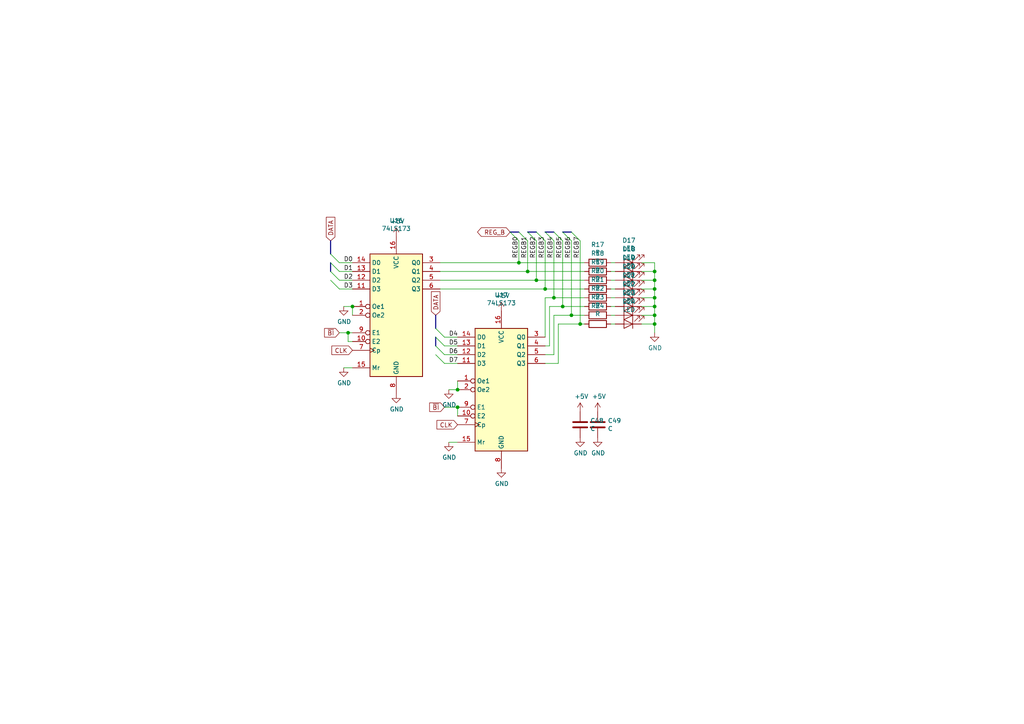
<source format=kicad_sch>
(kicad_sch (version 20200618) (host eeschema "(5.99.0-2101-geb1ff80d5)")
  (page 1 1)
  (paper "A4")
  (title_block (title "REG_B") (date "2020-10-10") (rev "1") (company "Wilhelm-Maybach-Schule Heilbronn") (comment 1 "Leon Hellmich"))
  (lib_symbols
    (symbol "74xx:74LS173"
      (property "Reference" "U" (at -7.62 19.05 0))
      (property "Value" "74LS173" (at -7.62 -19.05 0))
      (symbol "74LS173_1_1"
        (rectangle (start -7.62 17.78) (end 7.62 -17.78) (stroke (width 0.254)) (fill (type background)))
      )
      (symbol "74LS173_1_0"
        (pin input inverted (at -12.7 2.54 0) (length 5.08) (name "Oe1") (number "1"))
        (pin input inverted (at -12.7 -7.62 0) (length 5.08) (name "E2") (number "10"))
        (pin input line (at -12.7 7.62 0) (length 5.08) (name "D3") (number "11"))
        (pin input line (at -12.7 10.16 0) (length 5.08) (name "D2") (number "12"))
        (pin input line (at -12.7 12.7 0) (length 5.08) (name "D1") (number "13"))
        (pin input line (at -12.7 15.24 0) (length 5.08) (name "D0") (number "14"))
        (pin input line (at -12.7 -15.24 0) (length 5.08) (name "Mr") (number "15"))
        (pin power_in line (at 0 22.86 270) (length 5.08) (name "VCC") (number "16"))
        (pin input inverted (at -12.7 0 0) (length 5.08) (name "Oe2") (number "2"))
        (pin tri_state line (at 12.7 15.24 180) (length 5.08) (name "Q0") (number "3"))
        (pin tri_state line (at 12.7 12.7 180) (length 5.08) (name "Q1") (number "4"))
        (pin tri_state line (at 12.7 10.16 180) (length 5.08) (name "Q2") (number "5"))
        (pin tri_state line (at 12.7 7.62 180) (length 5.08) (name "Q3") (number "6"))
        (pin input clock (at -12.7 -10.16 0) (length 5.08) (name "Cp") (number "7"))
        (pin power_in line (at 0 -22.86 90) (length 5.08) (name "GND") (number "8"))
        (pin input inverted (at -12.7 -5.08 0) (length 5.08) (name "E1") (number "9"))
      )
    )
    (symbol "Device:C" (pin_numbers hide) (pin_names (offset 0.254))
      (property "Reference" "C" (at 0.635 2.54 0))
      (property "Value" "C" (at 0.635 -2.54 0))
      (symbol "C_0_1"
        (polyline (pts (xy -2.032 -0.762) (xy 2.032 -0.762)) (stroke (width 0.508)))
        (polyline (pts (xy -2.032 0.762) (xy 2.032 0.762)) (stroke (width 0.508)))
      )
      (symbol "C_1_1"
        (pin passive line (at 0 3.81 270) (length 2.794) (name "~") (number "1"))
        (pin passive line (at 0 -3.81 90) (length 2.794) (name "~") (number "2"))
      )
    )
    (symbol "Device:LED" (pin_numbers hide) (pin_names hide)
      (property "Reference" "D" (at 0 2.54 0))
      (property "Value" "LED" (at 0 -2.54 0))
      (symbol "LED_0_1"
        (polyline (pts (xy -1.27 -1.27) (xy -1.27 1.27)) (stroke (width 0.2032)))
        (polyline (pts (xy -1.27 0) (xy 1.27 0)))
        (polyline (pts (xy 1.27 -1.27) (xy 1.27 1.27) (xy -1.27 0) (xy 1.27 -1.27)) (stroke (width 0.2032)))
        (polyline (pts (xy -3.048 -0.762) (xy -4.572 -2.286) (xy -3.81 -2.286) (xy -4.572 -2.286) (xy -4.572 -1.524)))
        (polyline (pts (xy -1.778 -0.762) (xy -3.302 -2.286) (xy -2.54 -2.286) (xy -3.302 -2.286) (xy -3.302 -1.524)))
      )
      (symbol "LED_1_1"
        (pin passive line (at -3.81 0 0) (length 2.54) (name "K") (number "1"))
        (pin passive line (at 3.81 0 180) (length 2.54) (name "A") (number "2"))
      )
    )
    (symbol "Device:R" (pin_numbers hide) (pin_names (offset 0))
      (property "Reference" "R" (at 2.032 0 90))
      (property "Value" "R" (at 0 0 90))
      (symbol "R_0_1"
        (rectangle (start -1.016 -2.54) (end 1.016 2.54) (stroke (width 0.254)))
      )
      (symbol "R_1_1"
        (pin passive line (at 0 3.81 270) (length 1.27) (name "~") (number "1"))
        (pin passive line (at 0 -3.81 90) (length 1.27) (name "~") (number "2"))
      )
    )
    (symbol "power:+5V" (power) (pin_names (offset 0))
      (property "Value" "+5V" (at 0 3.556 0))
      (symbol "+5V_0_1"
        (polyline (pts (xy -0.762 1.27) (xy 0 2.54)))
        (polyline (pts (xy 0 0) (xy 0 2.54)))
        (polyline (pts (xy 0 2.54) (xy 0.762 1.27)))
      )
      (symbol "+5V_1_1"
        (pin power_in line (at 0 0 90) (length 0) hide (name "+5V") (number "1"))
      )
    )
    (symbol "power:GND" (power) (pin_names (offset 0))
      (property "Value" "GND" (at 0 -3.81 0))
      (symbol "GND_0_1"
        (polyline (pts (xy 0 0) (xy 0 -1.27) (xy 1.27 -1.27) (xy 0 -2.54) (xy -1.27 -1.27) (xy 0 -1.27)))
      )
      (symbol "GND_1_1"
        (pin power_in line (at 0 0 270) (length 0) hide (name "GND") (number "1"))
      )
    )
  )
  (junction (at 100.965 96.52))
  (junction (at 102.235 88.9))
  (junction (at 132.715 113.03))
  (junction (at 132.715 118.11))
  (junction (at 150.495 76.2))
  (junction (at 153.035 78.74))
  (junction (at 155.575 81.28))
  (junction (at 158.115 83.82))
  (junction (at 160.655 86.36))
  (junction (at 163.195 88.9))
  (junction (at 165.735 91.44))
  (junction (at 168.275 93.98))
  (junction (at 189.865 78.74))
  (junction (at 189.865 81.28))
  (junction (at 189.865 83.82))
  (junction (at 189.865 86.36))
  (junction (at 189.865 88.9))
  (junction (at 189.865 91.44))
  (junction (at 189.865 93.98))
  (bus_entry (at 95.885 73.66) (size 2.54 2.54) (stroke (width 0.1524)))
  (bus_entry (at 95.885 76.2) (size 2.54 2.54) (stroke (width 0.1524)))
  (bus_entry (at 95.885 78.74) (size 2.54 2.54) (stroke (width 0.1524)))
  (bus_entry (at 95.885 81.28) (size 2.54 2.54) (stroke (width 0.1524)))
  (bus_entry (at 126.365 95.25) (size 2.54 2.54) (stroke (width 0.1524)))
  (bus_entry (at 126.365 97.79) (size 2.54 2.54) (stroke (width 0.1524)))
  (bus_entry (at 126.365 100.33) (size 2.54 2.54) (stroke (width 0.1524)))
  (bus_entry (at 126.365 102.87) (size 2.54 2.54) (stroke (width 0.1524)))
  (bus_entry (at 147.955 67.31) (size 2.54 2.54) (stroke (width 0.1524)))
  (bus_entry (at 150.495 67.31) (size 2.54 2.54) (stroke (width 0.1524)))
  (bus_entry (at 153.035 67.31) (size 2.54 2.54) (stroke (width 0.1524)))
  (bus_entry (at 155.575 67.31) (size 2.54 2.54) (stroke (width 0.1524)))
  (bus_entry (at 158.115 67.31) (size 2.54 2.54) (stroke (width 0.1524)))
  (bus_entry (at 160.655 67.31) (size 2.54 2.54) (stroke (width 0.1524)))
  (bus_entry (at 163.195 67.31) (size 2.54 2.54) (stroke (width 0.1524)))
  (bus_entry (at 165.735 67.31) (size 2.54 2.54) (stroke (width 0.1524)))
  (wire (pts (xy 98.425 76.2) (xy 102.235 76.2)))
  (wire (pts (xy 98.425 81.28) (xy 102.235 81.28)))
  (wire (pts (xy 98.425 83.82) (xy 102.235 83.82)))
  (wire (pts (xy 100.965 96.52) (xy 98.425 96.52)))
  (wire (pts (xy 100.965 96.52) (xy 100.965 99.06)))
  (wire (pts (xy 100.965 99.06) (xy 102.235 99.06)))
  (wire (pts (xy 102.235 78.74) (xy 98.425 78.74)))
  (wire (pts (xy 102.235 88.9) (xy 99.695 88.9)))
  (wire (pts (xy 102.235 88.9) (xy 102.235 91.44)))
  (wire (pts (xy 102.235 96.52) (xy 100.965 96.52)))
  (wire (pts (xy 102.235 106.68) (xy 99.695 106.68)))
  (wire (pts (xy 127.635 76.2) (xy 150.495 76.2)))
  (wire (pts (xy 127.635 78.74) (xy 153.035 78.74)))
  (wire (pts (xy 127.635 81.28) (xy 155.575 81.28)))
  (wire (pts (xy 127.635 83.82) (xy 158.115 83.82)))
  (wire (pts (xy 128.905 97.79) (xy 132.715 97.79)))
  (wire (pts (xy 128.905 102.87) (xy 132.715 102.87)))
  (wire (pts (xy 128.905 105.41) (xy 132.715 105.41)))
  (wire (pts (xy 130.175 113.03) (xy 132.715 113.03)))
  (wire (pts (xy 132.715 100.33) (xy 128.905 100.33)))
  (wire (pts (xy 132.715 113.03) (xy 132.715 110.49)))
  (wire (pts (xy 132.715 118.11) (xy 128.905 118.11)))
  (wire (pts (xy 132.715 120.65) (xy 132.715 118.11)))
  (wire (pts (xy 132.715 128.27) (xy 130.175 128.27)))
  (wire (pts (xy 150.495 69.85) (xy 150.495 76.2)))
  (wire (pts (xy 150.495 76.2) (xy 169.545 76.2)))
  (wire (pts (xy 153.035 69.85) (xy 153.035 78.74)))
  (wire (pts (xy 153.035 78.74) (xy 169.545 78.74)))
  (wire (pts (xy 155.575 69.85) (xy 155.575 81.28)))
  (wire (pts (xy 155.575 81.28) (xy 169.545 81.28)))
  (wire (pts (xy 158.115 69.85) (xy 158.115 83.82)))
  (wire (pts (xy 158.115 83.82) (xy 169.545 83.82)))
  (wire (pts (xy 158.115 86.36) (xy 160.655 86.36)))
  (wire (pts (xy 158.115 97.79) (xy 158.115 86.36)))
  (wire (pts (xy 158.115 100.33) (xy 159.385 100.33)))
  (wire (pts (xy 158.115 102.87) (xy 160.655 102.87)))
  (wire (pts (xy 158.115 105.41) (xy 161.925 105.41)))
  (wire (pts (xy 159.385 88.9) (xy 163.195 88.9)))
  (wire (pts (xy 159.385 100.33) (xy 159.385 88.9)))
  (wire (pts (xy 160.655 69.85) (xy 160.655 86.36)))
  (wire (pts (xy 160.655 86.36) (xy 169.545 86.36)))
  (wire (pts (xy 160.655 91.44) (xy 165.735 91.44)))
  (wire (pts (xy 160.655 102.87) (xy 160.655 91.44)))
  (wire (pts (xy 161.925 93.98) (xy 168.275 93.98)))
  (wire (pts (xy 161.925 105.41) (xy 161.925 93.98)))
  (wire (pts (xy 163.195 69.85) (xy 163.195 88.9)))
  (wire (pts (xy 163.195 88.9) (xy 169.545 88.9)))
  (wire (pts (xy 165.735 69.85) (xy 165.735 91.44)))
  (wire (pts (xy 165.735 91.44) (xy 169.545 91.44)))
  (wire (pts (xy 168.275 69.85) (xy 168.275 93.98)))
  (wire (pts (xy 168.275 93.98) (xy 169.545 93.98)))
  (wire (pts (xy 177.165 76.2) (xy 178.435 76.2)))
  (wire (pts (xy 177.165 81.28) (xy 178.435 81.28)))
  (wire (pts (xy 177.165 86.36) (xy 178.435 86.36)))
  (wire (pts (xy 177.165 91.44) (xy 178.435 91.44)))
  (wire (pts (xy 178.435 78.74) (xy 177.165 78.74)))
  (wire (pts (xy 178.435 83.82) (xy 177.165 83.82)))
  (wire (pts (xy 178.435 88.9) (xy 177.165 88.9)))
  (wire (pts (xy 178.435 93.98) (xy 177.165 93.98)))
  (wire (pts (xy 186.055 76.2) (xy 189.865 76.2)))
  (wire (pts (xy 186.055 78.74) (xy 189.865 78.74)))
  (wire (pts (xy 186.055 81.28) (xy 189.865 81.28)))
  (wire (pts (xy 186.055 83.82) (xy 189.865 83.82)))
  (wire (pts (xy 186.055 86.36) (xy 189.865 86.36)))
  (wire (pts (xy 186.055 88.9) (xy 189.865 88.9)))
  (wire (pts (xy 186.055 91.44) (xy 189.865 91.44)))
  (wire (pts (xy 186.055 93.98) (xy 189.865 93.98)))
  (wire (pts (xy 189.865 76.2) (xy 189.865 78.74)))
  (wire (pts (xy 189.865 78.74) (xy 189.865 81.28)))
  (wire (pts (xy 189.865 81.28) (xy 189.865 83.82)))
  (wire (pts (xy 189.865 83.82) (xy 189.865 86.36)))
  (wire (pts (xy 189.865 86.36) (xy 189.865 88.9)))
  (wire (pts (xy 189.865 88.9) (xy 189.865 91.44)))
  (wire (pts (xy 189.865 91.44) (xy 189.865 93.98)))
  (wire (pts (xy 189.865 93.98) (xy 189.865 96.52)))
  (bus (pts (xy 95.885 69.85) (xy 95.885 76.2)))
  (bus (pts (xy 95.885 76.2) (xy 95.885 81.28)))
  (bus (pts (xy 126.365 91.44) (xy 126.365 97.79)))
  (bus (pts (xy 126.365 97.79) (xy 126.365 102.87)))
  (bus (pts (xy 147.955 67.31) (xy 153.035 67.31)))
  (bus (pts (xy 153.035 67.31) (xy 158.115 67.31)))
  (bus (pts (xy 158.115 67.31) (xy 163.195 67.31)))
  (bus (pts (xy 163.195 67.31) (xy 165.735 67.31)))
  (label "D0" (at 99.695 76.2 0))
  (label "D1" (at 99.695 78.74 0))
  (label "D2" (at 99.695 81.28 0))
  (label "D3" (at 99.695 83.82 0))
  (label "D4" (at 130.175 97.79 0))
  (label "D5" (at 130.175 100.33 0))
  (label "D6" (at 130.175 102.87 0))
  (label "D7" (at 130.175 105.41 0))
  (label "REGB0" (at 150.495 74.93 90))
  (label "REGB1" (at 153.035 74.93 90))
  (label "REGB2" (at 155.575 74.93 90))
  (label "REGB3" (at 158.115 74.93 90))
  (label "REGB4" (at 160.655 74.93 90))
  (label "REGB5" (at 163.195 74.93 90))
  (label "REGB6" (at 165.735 74.93 90))
  (label "REGB7" (at 168.275 74.93 90))
  (global_label "DATA" (shape input) (at 95.885 69.85 90))
  (global_label "~BI" (shape input) (at 98.425 96.52 180))
  (global_label "CLK" (shape input) (at 102.235 101.6 180))
  (global_label "DATA" (shape input) (at 126.365 91.44 90))
  (global_label "~BI" (shape input) (at 128.905 118.11 180))
  (global_label "CLK" (shape input) (at 132.715 123.19 180))
  (global_label "REG_B" (shape bidirectional) (at 147.955 67.31 180))
  (symbol (lib_id "power:+5V") (at 114.935 68.58 0) (unit 1)
    (property "Reference" "#PWR017" (effects hide))
    (property "Value" "+5V" (at 115.316 64.1858 0))
  )
  (symbol (lib_id "power:+5V") (at 145.415 90.17 0) (unit 1)
    (property "Reference" "#PWR021" (effects hide))
    (property "Value" "+5V" (at 145.796 85.7758 0))
  )
  (symbol (lib_id "power:+5V") (at 168.275 119.38 0) (unit 1)
    (property "Reference" "#PWR0249" (effects hide))
    (property "Value" "+5V" (at 168.656 114.9858 0))
  )
  (symbol (lib_id "power:+5V") (at 173.355 119.38 0) (unit 1)
    (property "Reference" "#PWR0325" (effects hide))
    (property "Value" "+5V" (at 173.736 114.9858 0))
  )
  (symbol (lib_id "power:GND") (at 99.695 88.9 0) (unit 1)
    (property "Reference" "#PWR015" (effects hide))
    (property "Value" "GND" (at 99.822 93.2942 0))
  )
  (symbol (lib_id "power:GND") (at 99.695 106.68 0) (unit 1)
    (property "Reference" "#PWR016" (effects hide))
    (property "Value" "GND" (at 99.822 111.0742 0))
  )
  (symbol (lib_id "power:GND") (at 114.935 114.3 0) (unit 1)
    (property "Reference" "#PWR018" (effects hide))
    (property "Value" "GND" (at 115.062 118.6942 0))
  )
  (symbol (lib_id "power:GND") (at 130.175 113.03 0) (unit 1)
    (property "Reference" "#PWR019" (effects hide))
    (property "Value" "GND" (at 130.302 117.4242 0))
  )
  (symbol (lib_id "power:GND") (at 130.175 128.27 0) (unit 1)
    (property "Reference" "#PWR020" (effects hide))
    (property "Value" "GND" (at 130.302 132.6642 0))
  )
  (symbol (lib_id "power:GND") (at 145.415 135.89 0) (unit 1)
    (property "Reference" "#PWR022" (effects hide))
    (property "Value" "GND" (at 145.542 140.2842 0))
  )
  (symbol (lib_id "power:GND") (at 168.275 127 0) (unit 1)
    (property "Reference" "#PWR0250" (effects hide))
    (property "Value" "GND" (at 168.402 131.3942 0))
  )
  (symbol (lib_id "power:GND") (at 173.355 127 0) (unit 1)
    (property "Reference" "#PWR0326" (effects hide))
    (property "Value" "GND" (at 173.482 131.3942 0))
  )
  (symbol (lib_id "power:GND") (at 189.865 96.52 0) (unit 1)
    (property "Reference" "#PWR025" (effects hide))
    (property "Value" "GND" (at 189.992 100.9142 0))
  )
  (symbol (lib_id "Device:R") (at 173.355 76.2 270) (unit 1)
    (property "Reference" "R17" (at 173.355 70.9422 90))
    (property "Value" "R" (at 173.355 73.2536 90))
    (property "Footprint" "Resistor_SMD:R_0805_2012Metric_Pad1.15x1.40mm_HandSolder" (effects hide))
  )
  (symbol (lib_id "Device:R") (at 173.355 78.74 270) (unit 1)
    (property "Reference" "R18" (at 173.355 73.4822 90))
    (property "Value" "R" (at 173.355 75.7936 90))
    (property "Footprint" "Resistor_SMD:R_0805_2012Metric_Pad1.15x1.40mm_HandSolder" (effects hide))
  )
  (symbol (lib_id "Device:R") (at 173.355 81.28 270) (unit 1)
    (property "Reference" "R19" (at 173.355 76.0222 90))
    (property "Value" "R" (at 173.355 78.3336 90))
    (property "Footprint" "Resistor_SMD:R_0805_2012Metric_Pad1.15x1.40mm_HandSolder" (effects hide))
  )
  (symbol (lib_id "Device:R") (at 173.355 83.82 270) (unit 1)
    (property "Reference" "R20" (at 173.355 78.5622 90))
    (property "Value" "R" (at 173.355 80.8736 90))
    (property "Footprint" "Resistor_SMD:R_0805_2012Metric_Pad1.15x1.40mm_HandSolder" (effects hide))
  )
  (symbol (lib_id "Device:R") (at 173.355 86.36 270) (unit 1)
    (property "Reference" "R21" (at 173.355 81.1022 90))
    (property "Value" "R" (at 173.355 83.4136 90))
    (property "Footprint" "Resistor_SMD:R_0805_2012Metric_Pad1.15x1.40mm_HandSolder" (effects hide))
  )
  (symbol (lib_id "Device:R") (at 173.355 88.9 270) (unit 1)
    (property "Reference" "R22" (at 173.355 83.6422 90))
    (property "Value" "R" (at 173.355 85.9536 90))
    (property "Footprint" "Resistor_SMD:R_0805_2012Metric_Pad1.15x1.40mm_HandSolder" (effects hide))
  )
  (symbol (lib_id "Device:R") (at 173.355 91.44 270) (unit 1)
    (property "Reference" "R23" (at 173.355 86.1822 90))
    (property "Value" "R" (at 173.355 88.4936 90))
    (property "Footprint" "Resistor_SMD:R_0805_2012Metric_Pad1.15x1.40mm_HandSolder" (effects hide))
  )
  (symbol (lib_id "Device:R") (at 173.355 93.98 270) (unit 1)
    (property "Reference" "R24" (at 173.355 88.7222 90))
    (property "Value" "R" (at 173.355 91.0336 90))
    (property "Footprint" "Resistor_SMD:R_0805_2012Metric_Pad1.15x1.40mm_HandSolder" (effects hide))
  )
  (symbol (lib_id "Device:LED") (at 182.245 76.2 180) (unit 1)
    (property "Reference" "D17" (at 182.4228 69.723 0))
    (property "Value" "LED" (at 182.4228 72.0344 0))
    (property "Footprint" "LED_THT:LED_D5.0mm" (effects hide))
  )
  (symbol (lib_id "Device:LED") (at 182.245 78.74 180) (unit 1)
    (property "Reference" "D18" (at 182.4228 72.263 0))
    (property "Value" "LED" (at 182.4228 74.5744 0))
    (property "Footprint" "LED_THT:LED_D5.0mm" (effects hide))
  )
  (symbol (lib_id "Device:LED") (at 182.245 81.28 180) (unit 1)
    (property "Reference" "D19" (at 182.4228 74.803 0))
    (property "Value" "LED" (at 182.4228 77.1144 0))
    (property "Footprint" "LED_THT:LED_D5.0mm" (effects hide))
  )
  (symbol (lib_id "Device:LED") (at 182.245 83.82 180) (unit 1)
    (property "Reference" "D20" (at 182.4228 77.343 0))
    (property "Value" "LED" (at 182.4228 79.6544 0))
    (property "Footprint" "LED_THT:LED_D5.0mm" (effects hide))
  )
  (symbol (lib_id "Device:LED") (at 182.245 86.36 180) (unit 1)
    (property "Reference" "D21" (at 182.4228 79.883 0))
    (property "Value" "LED" (at 182.4228 82.1944 0))
    (property "Footprint" "LED_THT:LED_D5.0mm" (effects hide))
  )
  (symbol (lib_id "Device:LED") (at 182.245 88.9 180) (unit 1)
    (property "Reference" "D22" (at 182.4228 82.423 0))
    (property "Value" "LED" (at 182.4228 84.7344 0))
    (property "Footprint" "LED_THT:LED_D5.0mm" (effects hide))
  )
  (symbol (lib_id "Device:LED") (at 182.245 91.44 180) (unit 1)
    (property "Reference" "D23" (at 182.4228 84.963 0))
    (property "Value" "LED" (at 182.4228 87.2744 0))
    (property "Footprint" "LED_THT:LED_D5.0mm" (effects hide))
  )
  (symbol (lib_id "Device:LED") (at 182.245 93.98 180) (unit 1)
    (property "Reference" "D24" (at 182.4228 87.503 0))
    (property "Value" "LED" (at 182.4228 89.8144 0))
    (property "Footprint" "LED_THT:LED_D5.0mm" (effects hide))
  )
  (symbol (lib_id "Device:C") (at 168.275 123.19 0) (unit 1)
    (property "Reference" "C48" (at 171.196 122.0216 0) (effects (justify left)))
    (property "Value" "C" (at 171.196 124.333 0) (effects (justify left)))
    (property "Footprint" "Capacitor_SMD:C_0805_2012Metric_Pad1.15x1.40mm_HandSolder" (effects hide))
  )
  (symbol (lib_id "Device:C") (at 173.355 123.19 0) (unit 1)
    (property "Reference" "C49" (at 176.276 122.0216 0) (effects (justify left)))
    (property "Value" "C" (at 176.276 124.333 0) (effects (justify left)))
    (property "Footprint" "Capacitor_SMD:C_0805_2012Metric_Pad1.15x1.40mm_HandSolder" (effects hide))
  )
  (symbol (lib_id "74xx:74LS173") (at 114.935 91.44 0) (unit 1)
    (property "Reference" "U16" (at 114.935 63.9826 0))
    (property "Value" "74LS173" (at 114.935 66.294 0))
    (property "Footprint" "Package_DIP:DIP-16_W7.62mm_Socket_LongPads" (effects hide))
    (property "Datasheet" "http://www.ti.com/lit/gpn/sn74LS173" (effects hide))
  )
  (symbol (lib_id "74xx:74LS173") (at 145.415 113.03 0) (unit 1)
    (property "Reference" "U17" (at 145.415 85.5726 0))
    (property "Value" "74LS173" (at 145.415 87.884 0))
    (property "Footprint" "Package_DIP:DIP-16_W7.62mm_Socket_LongPads" (effects hide))
    (property "Datasheet" "http://www.ti.com/lit/gpn/sn74LS173" (effects hide))
  )
)
</source>
